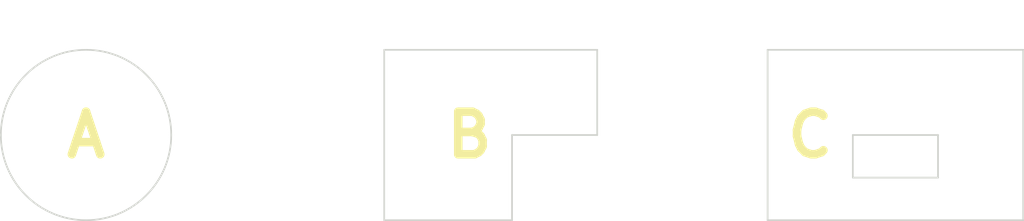
<source format=kicad_pcb>
(kicad_pcb (version 20240108) (generator "pcbnew") (generator_version "8.0")
  (layers (0 "F.Cu" signal) (31 "B.Cu" signal) (34 "B.Paste" user) (35 "F.Paste" user) (36 "B.SilkS" user "B.Silkscreen") (37 "F.SilkS" user "F.Silkscreen") (38 "B.Mask" user) (39 "F.Mask" user) (44 "Edge.Cuts" user))
  (net 0 "")
  (footprint "kikit:Board" (layer "F.Cu") (at 100 90)
    (property "Reference" "B1")
    (property "Value" "Board")
  )
  (footprint "kikit:Board" (layer "F.Cu") (at 135 90)
    (property "Reference" "B2")
    (property "Value" "Board")
  )
  (footprint "kikit:Board" (layer "F.Cu") (at 185 90)
    (property "Reference" "B3")
    (property "Value" "Board")
  )
  (gr_line (start 150 110) (end 135 110) (stroke (width 0.2)) (layer "Edge.Cuts"))
  (gr_line (start 210 90) (end 180 90) (stroke (width 0.2)) (layer "Edge.Cuts"))
  (gr_line (start 200 100) (end 190 100) (stroke (width 0.2)) (layer "Edge.Cuts"))
  (gr_line (start 160 100) (end 150 100) (stroke (width 0.2)) (layer "Edge.Cuts"))
  (gr_line (start 180 90) (end 180 110) (stroke (width 0.2)) (layer "Edge.Cuts"))
  (gr_line (start 210 110) (end 210 90) (stroke (width 0.2)) (layer "Edge.Cuts"))
  (gr_line (start 160 90) (end 160 100) (stroke (width 0.2)) (layer "Edge.Cuts"))
  (gr_line (start 135 90) (end 160 90) (stroke (width 0.2)) (layer "Edge.Cuts"))
  (gr_line (start 180 110) (end 210 110) (stroke (width 0.2)) (layer "Edge.Cuts"))
  (gr_line (start 190 105) (end 200 105) (stroke (width 0.2)) (layer "Edge.Cuts"))
  (gr_line (start 135 110) (end 135 90) (stroke (width 0.2)) (layer "Edge.Cuts"))
  (gr_circle (center 100 100) (end 110 100) (stroke (width 0.2)) (fill none) (layer "Edge.Cuts"))
  (gr_line (start 150 100) (end 150 110) (stroke (width 0.2)) (layer "Edge.Cuts"))
  (gr_line (start 190 100) (end 190 105) (stroke (width 0.2)) (layer "Edge.Cuts"))
  (gr_line (start 200 105) (end 200 100) (stroke (width 0.2)) (layer "Edge.Cuts"))
  (gr_text "B" (at 145 100 0) (layer "F.SilkS") (effects (font (size 5 5) (thickness 1))))
  (gr_text "C" (at 185 100 0) (layer "F.SilkS") (effects (font (size 5 5) (thickness 1))))
  (gr_text "A" (at 100 100 0) (layer "F.SilkS") (effects (font (size 5 5) (thickness 1))))
)
</source>
